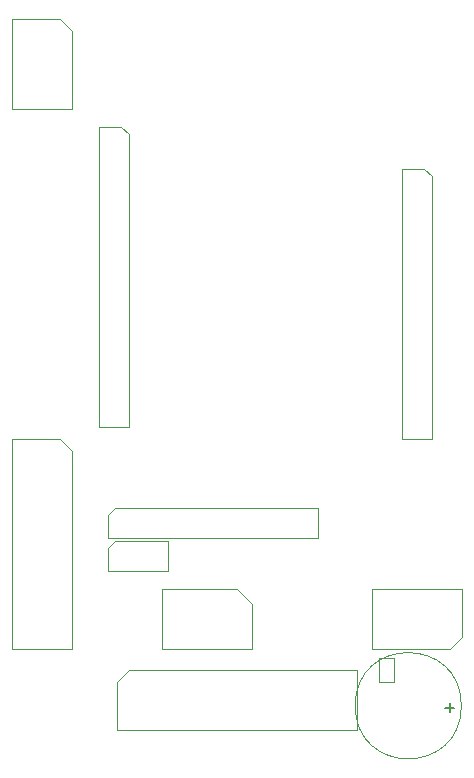
<source format=gbr>
%TF.GenerationSoftware,KiCad,Pcbnew,(5.1.7)-1*%
%TF.CreationDate,2023-01-25T18:34:39-07:00*%
%TF.ProjectId,AMPE32T30,414d5045-3332-4543-9330-2e6b69636164,rev?*%
%TF.SameCoordinates,PX76efc10PY4dffc60*%
%TF.FileFunction,Other,Fab,Top*%
%FSLAX46Y46*%
G04 Gerber Fmt 4.6, Leading zero omitted, Abs format (unit mm)*
G04 Created by KiCad (PCBNEW (5.1.7)-1) date 2023-01-25 18:34:39*
%MOMM*%
%LPD*%
G01*
G04 APERTURE LIST*
%ADD10C,0.100000*%
%ADD11C,0.150000*%
G04 APERTURE END LIST*
D10*
%TO.C,J6*%
X8636000Y16002000D02*
X8636000Y17907000D01*
X8636000Y17907000D02*
X9271000Y18542000D01*
X9271000Y18542000D02*
X13716000Y18542000D01*
X13716000Y18542000D02*
X13716000Y16002000D01*
X13716000Y16002000D02*
X8636000Y16002000D01*
%TO.C,BZ1*%
X38568000Y4572000D02*
G75*
G03*
X38568000Y4572000I-4500000J0D01*
G01*
%TO.C,J5*%
X9398000Y2540000D02*
X9398000Y6620000D01*
X9398000Y6620000D02*
X10398000Y7620000D01*
X10398000Y7620000D02*
X29718000Y7620000D01*
X29718000Y7620000D02*
X29718000Y2540000D01*
X29718000Y2540000D02*
X9398000Y2540000D01*
%TO.C,J7*%
X508000Y27178000D02*
X4588000Y27178000D01*
X4588000Y27178000D02*
X5588000Y26178000D01*
X5588000Y26178000D02*
X5588000Y9398000D01*
X5588000Y9398000D02*
X508000Y9398000D01*
X508000Y9398000D02*
X508000Y27178000D01*
%TO.C,J8*%
X33528000Y27178000D02*
X33528000Y50038000D01*
X36068000Y27178000D02*
X33528000Y27178000D01*
X36068000Y49403000D02*
X36068000Y27178000D01*
X35433000Y50038000D02*
X36068000Y49403000D01*
X33528000Y50038000D02*
X35433000Y50038000D01*
%TO.C,J11*%
X7874000Y28194000D02*
X7874000Y53594000D01*
X10414000Y28194000D02*
X7874000Y28194000D01*
X10414000Y52959000D02*
X10414000Y28194000D01*
X9779000Y53594000D02*
X10414000Y52959000D01*
X7874000Y53594000D02*
X9779000Y53594000D01*
%TO.C,J3*%
X38608000Y14478000D02*
X38608000Y10398000D01*
X38608000Y10398000D02*
X37608000Y9398000D01*
X37608000Y9398000D02*
X30988000Y9398000D01*
X30988000Y9398000D02*
X30988000Y14478000D01*
X30988000Y14478000D02*
X38608000Y14478000D01*
%TO.C,J2*%
X19558000Y14478000D02*
X20828000Y13208000D01*
X13208000Y14478000D02*
X19558000Y14478000D01*
X13208000Y9398000D02*
X13208000Y14478000D01*
X20828000Y9398000D02*
X13208000Y9398000D01*
X20828000Y13208000D02*
X20828000Y9398000D01*
%TO.C,R3*%
X31633000Y6620000D02*
X31633000Y8620000D01*
X32883000Y6620000D02*
X31633000Y6620000D01*
X32883000Y8620000D02*
X32883000Y6620000D01*
X31633000Y8620000D02*
X32883000Y8620000D01*
%TO.C,J4*%
X26416000Y18796000D02*
X8636000Y18796000D01*
X26416000Y21336000D02*
X26416000Y18796000D01*
X9271000Y21336000D02*
X26416000Y21336000D01*
X8636000Y20701000D02*
X9271000Y21336000D01*
X8636000Y18796000D02*
X8636000Y20701000D01*
%TO.C,J1*%
X508000Y55118000D02*
X508000Y62738000D01*
X5588000Y55118000D02*
X508000Y55118000D01*
X5588000Y61738000D02*
X5588000Y55118000D01*
X4588000Y62738000D02*
X5588000Y61738000D01*
X508000Y62738000D02*
X4588000Y62738000D01*
%TD*%
%TO.C,BZ1*%
D11*
X37187047Y4400572D02*
X37948952Y4400572D01*
X37568000Y4019620D02*
X37568000Y4781524D01*
%TD*%
M02*

</source>
